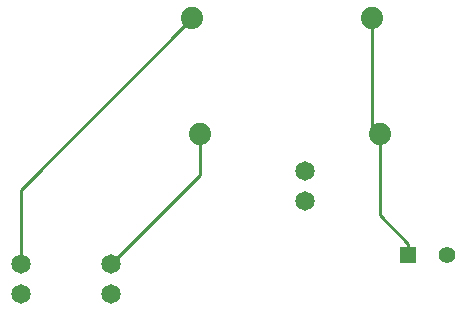
<source format=gbl>
G04 Layer: BottomLayer*
G04 EasyEDA v6.5.50, 2025-06-19 07:24:45*
G04 7d549219ca2640139f8de253ff9de405,3f078cb1506742e7acfa9f53f525b8a4,10*
G04 Gerber Generator version 0.2*
G04 Scale: 100 percent, Rotated: No, Reflected: No *
G04 Dimensions in millimeters *
G04 leading zeros omitted , absolute positions ,4 integer and 5 decimal *
%FSLAX45Y45*%
%MOMM*%

%ADD10C,0.2540*%
%ADD11C,1.6510*%
%ADD12R,1.3970X1.3970*%
%ADD13C,1.3970*%
%ADD14C,1.8796*%
%ADD15C,0.0107*%

%LPD*%
D10*
X4711700Y2552700D02*
G01*
X4711700Y2650515D01*
X4711700Y2650515D02*
G01*
X4470400Y2891815D01*
X4470400Y3581400D01*
X4470400Y3581400D02*
G01*
X4406900Y3644900D01*
X4406900Y4559300D01*
X2946400Y3581400D02*
G01*
X2946400Y3233191D01*
X2192705Y2479497D01*
X2882900Y4559300D02*
G01*
X1430705Y3107105D01*
X1430705Y2479497D01*
D11*
G01*
X3835400Y3263900D03*
G01*
X3835400Y3009900D03*
D12*
G01*
X4711700Y2552700D03*
D13*
G01*
X5041900Y2552700D03*
D11*
G01*
X1430705Y2479497D03*
G01*
X1430705Y2225497D03*
G01*
X2192705Y2479497D03*
G01*
X2192705Y2225497D03*
D14*
G01*
X2882900Y4559300D03*
G01*
X4406900Y4559300D03*
G01*
X2946400Y3581400D03*
G01*
X4470400Y3581400D03*
M02*

</source>
